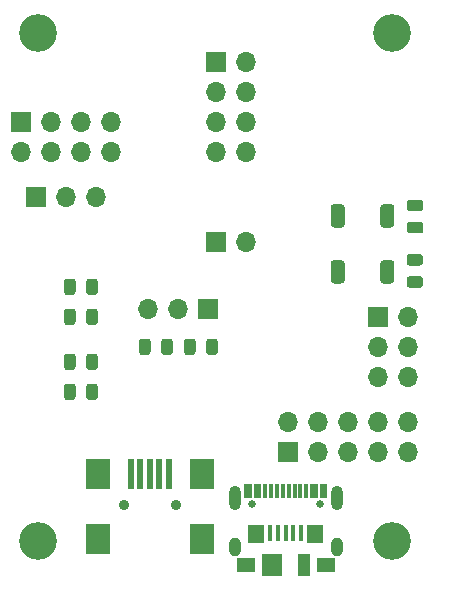
<source format=gbr>
G04 #@! TF.GenerationSoftware,KiCad,Pcbnew,(5.1.7)-1*
G04 #@! TF.CreationDate,2020-12-20T16:40:33+01:00*
G04 #@! TF.ProjectId,uart_flash_pcb,75617274-5f66-46c6-9173-685f7063622e,rev?*
G04 #@! TF.SameCoordinates,Original*
G04 #@! TF.FileFunction,Soldermask,Top*
G04 #@! TF.FilePolarity,Negative*
%FSLAX46Y46*%
G04 Gerber Fmt 4.6, Leading zero omitted, Abs format (unit mm)*
G04 Created by KiCad (PCBNEW (5.1.7)-1) date 2020-12-20 16:40:33*
%MOMM*%
%LPD*%
G01*
G04 APERTURE LIST*
%ADD10R,0.300000X1.150000*%
%ADD11C,0.650000*%
%ADD12O,1.000000X1.600000*%
%ADD13O,1.000000X2.100000*%
%ADD14C,0.900000*%
%ADD15R,0.500000X2.500000*%
%ADD16R,2.000000X2.500000*%
%ADD17O,1.700000X1.700000*%
%ADD18R,1.700000X1.700000*%
%ADD19R,1.000000X1.900000*%
%ADD20R,1.800000X1.900000*%
%ADD21R,1.650000X1.300000*%
%ADD22R,1.425000X1.550000*%
%ADD23R,0.450000X1.380000*%
%ADD24C,3.200000*%
G04 APERTURE END LIST*
D10*
X117850000Y-97330000D03*
X117050000Y-97330000D03*
X112250000Y-97330000D03*
X111450000Y-97330000D03*
X111150000Y-97330000D03*
X111950000Y-97330000D03*
X112750000Y-97330000D03*
X113250000Y-97330000D03*
X113750000Y-97330000D03*
X114250000Y-97330000D03*
X114750000Y-97330000D03*
X115250000Y-97330000D03*
X115750000Y-97330000D03*
X116250000Y-97330000D03*
X116750000Y-97330000D03*
X117550000Y-97330000D03*
D11*
X111610000Y-98395000D03*
X117390000Y-98395000D03*
D12*
X118820000Y-102075000D03*
X110180000Y-102075000D03*
D13*
X118820000Y-97895000D03*
X110180000Y-97895000D03*
D14*
X105200000Y-98500000D03*
X100800000Y-98500000D03*
D15*
X104600000Y-95900000D03*
X103800000Y-95900000D03*
X103000000Y-95900000D03*
X102200000Y-95900000D03*
X101400000Y-95900000D03*
D16*
X107400000Y-95900000D03*
X98600000Y-95900000D03*
X107400000Y-101400000D03*
X98600000Y-101400000D03*
D17*
X99695000Y-68580000D03*
X99695000Y-66040000D03*
X97155000Y-68580000D03*
X97155000Y-66040000D03*
X94615000Y-68580000D03*
X94615000Y-66040000D03*
X92075000Y-68580000D03*
D18*
X92075000Y-66040000D03*
D17*
X111125000Y-68580000D03*
X108585000Y-68580000D03*
X111125000Y-66040000D03*
X108585000Y-66040000D03*
X111125000Y-63500000D03*
X108585000Y-63500000D03*
X111125000Y-60960000D03*
D18*
X108585000Y-60960000D03*
G36*
G01*
X123700000Y-73300000D02*
X123700000Y-74700000D01*
G75*
G02*
X123400000Y-75000000I-300000J0D01*
G01*
X122800000Y-75000000D01*
G75*
G02*
X122500000Y-74700000I0J300000D01*
G01*
X122500000Y-73300000D01*
G75*
G02*
X122800000Y-73000000I300000J0D01*
G01*
X123400000Y-73000000D01*
G75*
G02*
X123700000Y-73300000I0J-300000D01*
G01*
G37*
G36*
G01*
X119500000Y-73300000D02*
X119500000Y-74700000D01*
G75*
G02*
X119200000Y-75000000I-300000J0D01*
G01*
X118600000Y-75000000D01*
G75*
G02*
X118300000Y-74700000I0J300000D01*
G01*
X118300000Y-73300000D01*
G75*
G02*
X118600000Y-73000000I300000J0D01*
G01*
X119200000Y-73000000D01*
G75*
G02*
X119500000Y-73300000I0J-300000D01*
G01*
G37*
G36*
G01*
X123700000Y-78040000D02*
X123700000Y-79440000D01*
G75*
G02*
X123400000Y-79740000I-300000J0D01*
G01*
X122800000Y-79740000D01*
G75*
G02*
X122500000Y-79440000I0J300000D01*
G01*
X122500000Y-78040000D01*
G75*
G02*
X122800000Y-77740000I300000J0D01*
G01*
X123400000Y-77740000D01*
G75*
G02*
X123700000Y-78040000I0J-300000D01*
G01*
G37*
G36*
G01*
X119500000Y-78040000D02*
X119500000Y-79440000D01*
G75*
G02*
X119200000Y-79740000I-300000J0D01*
G01*
X118600000Y-79740000D01*
G75*
G02*
X118300000Y-79440000I0J300000D01*
G01*
X118300000Y-78040000D01*
G75*
G02*
X118600000Y-77740000I300000J0D01*
G01*
X119200000Y-77740000D01*
G75*
G02*
X119500000Y-78040000I0J-300000D01*
G01*
G37*
D17*
X102870000Y-81915000D03*
X105410000Y-81915000D03*
D18*
X107950000Y-81915000D03*
D17*
X98425000Y-72390000D03*
X95885000Y-72390000D03*
D18*
X93345000Y-72390000D03*
D17*
X124825000Y-87630000D03*
X122285000Y-87630000D03*
X124825000Y-85090000D03*
X122285000Y-85090000D03*
X124825000Y-82550000D03*
D18*
X122285000Y-82550000D03*
D19*
X116050000Y-103540000D03*
D20*
X113350000Y-103540000D03*
D21*
X117875000Y-103540000D03*
X111125000Y-103540000D03*
D22*
X116987500Y-100965000D03*
X112012500Y-100965000D03*
D23*
X115800000Y-100880000D03*
X115150000Y-100880000D03*
X114500000Y-100880000D03*
X113850000Y-100880000D03*
X113200000Y-100880000D03*
D17*
X124825000Y-91440000D03*
X124825000Y-93980000D03*
X122285000Y-91440000D03*
X122285000Y-93980000D03*
X119745000Y-91440000D03*
X119745000Y-93980000D03*
X117205000Y-91440000D03*
X117205000Y-93980000D03*
X114665000Y-91440000D03*
D18*
X114665000Y-93980000D03*
D17*
X111125000Y-76200000D03*
D18*
X108585000Y-76200000D03*
D24*
X93500000Y-101500000D03*
X123500000Y-101500000D03*
X123500000Y-58500000D03*
X93500000Y-58500000D03*
G36*
G01*
X124973750Y-79110000D02*
X125886250Y-79110000D01*
G75*
G02*
X126130000Y-79353750I0J-243750D01*
G01*
X126130000Y-79841250D01*
G75*
G02*
X125886250Y-80085000I-243750J0D01*
G01*
X124973750Y-80085000D01*
G75*
G02*
X124730000Y-79841250I0J243750D01*
G01*
X124730000Y-79353750D01*
G75*
G02*
X124973750Y-79110000I243750J0D01*
G01*
G37*
G36*
G01*
X124973750Y-77235000D02*
X125886250Y-77235000D01*
G75*
G02*
X126130000Y-77478750I0J-243750D01*
G01*
X126130000Y-77966250D01*
G75*
G02*
X125886250Y-78210000I-243750J0D01*
G01*
X124973750Y-78210000D01*
G75*
G02*
X124730000Y-77966250I0J243750D01*
G01*
X124730000Y-77478750D01*
G75*
G02*
X124973750Y-77235000I243750J0D01*
G01*
G37*
G36*
G01*
X125003750Y-74515000D02*
X125916250Y-74515000D01*
G75*
G02*
X126160000Y-74758750I0J-243750D01*
G01*
X126160000Y-75246250D01*
G75*
G02*
X125916250Y-75490000I-243750J0D01*
G01*
X125003750Y-75490000D01*
G75*
G02*
X124760000Y-75246250I0J243750D01*
G01*
X124760000Y-74758750D01*
G75*
G02*
X125003750Y-74515000I243750J0D01*
G01*
G37*
G36*
G01*
X125003750Y-72640000D02*
X125916250Y-72640000D01*
G75*
G02*
X126160000Y-72883750I0J-243750D01*
G01*
X126160000Y-73371250D01*
G75*
G02*
X125916250Y-73615000I-243750J0D01*
G01*
X125003750Y-73615000D01*
G75*
G02*
X124760000Y-73371250I0J243750D01*
G01*
X124760000Y-72883750D01*
G75*
G02*
X125003750Y-72640000I243750J0D01*
G01*
G37*
G36*
G01*
X106865000Y-84633750D02*
X106865000Y-85546250D01*
G75*
G02*
X106621250Y-85790000I-243750J0D01*
G01*
X106133750Y-85790000D01*
G75*
G02*
X105890000Y-85546250I0J243750D01*
G01*
X105890000Y-84633750D01*
G75*
G02*
X106133750Y-84390000I243750J0D01*
G01*
X106621250Y-84390000D01*
G75*
G02*
X106865000Y-84633750I0J-243750D01*
G01*
G37*
G36*
G01*
X108740000Y-84633750D02*
X108740000Y-85546250D01*
G75*
G02*
X108496250Y-85790000I-243750J0D01*
G01*
X108008750Y-85790000D01*
G75*
G02*
X107765000Y-85546250I0J243750D01*
G01*
X107765000Y-84633750D01*
G75*
G02*
X108008750Y-84390000I243750J0D01*
G01*
X108496250Y-84390000D01*
G75*
G02*
X108740000Y-84633750I0J-243750D01*
G01*
G37*
G36*
G01*
X97605000Y-83006250D02*
X97605000Y-82093750D01*
G75*
G02*
X97848750Y-81850000I243750J0D01*
G01*
X98336250Y-81850000D01*
G75*
G02*
X98580000Y-82093750I0J-243750D01*
G01*
X98580000Y-83006250D01*
G75*
G02*
X98336250Y-83250000I-243750J0D01*
G01*
X97848750Y-83250000D01*
G75*
G02*
X97605000Y-83006250I0J243750D01*
G01*
G37*
G36*
G01*
X95730000Y-83006250D02*
X95730000Y-82093750D01*
G75*
G02*
X95973750Y-81850000I243750J0D01*
G01*
X96461250Y-81850000D01*
G75*
G02*
X96705000Y-82093750I0J-243750D01*
G01*
X96705000Y-83006250D01*
G75*
G02*
X96461250Y-83250000I-243750J0D01*
G01*
X95973750Y-83250000D01*
G75*
G02*
X95730000Y-83006250I0J243750D01*
G01*
G37*
G36*
G01*
X97605000Y-89356250D02*
X97605000Y-88443750D01*
G75*
G02*
X97848750Y-88200000I243750J0D01*
G01*
X98336250Y-88200000D01*
G75*
G02*
X98580000Y-88443750I0J-243750D01*
G01*
X98580000Y-89356250D01*
G75*
G02*
X98336250Y-89600000I-243750J0D01*
G01*
X97848750Y-89600000D01*
G75*
G02*
X97605000Y-89356250I0J243750D01*
G01*
G37*
G36*
G01*
X95730000Y-89356250D02*
X95730000Y-88443750D01*
G75*
G02*
X95973750Y-88200000I243750J0D01*
G01*
X96461250Y-88200000D01*
G75*
G02*
X96705000Y-88443750I0J-243750D01*
G01*
X96705000Y-89356250D01*
G75*
G02*
X96461250Y-89600000I-243750J0D01*
G01*
X95973750Y-89600000D01*
G75*
G02*
X95730000Y-89356250I0J243750D01*
G01*
G37*
G36*
G01*
X97605000Y-86816250D02*
X97605000Y-85903750D01*
G75*
G02*
X97848750Y-85660000I243750J0D01*
G01*
X98336250Y-85660000D01*
G75*
G02*
X98580000Y-85903750I0J-243750D01*
G01*
X98580000Y-86816250D01*
G75*
G02*
X98336250Y-87060000I-243750J0D01*
G01*
X97848750Y-87060000D01*
G75*
G02*
X97605000Y-86816250I0J243750D01*
G01*
G37*
G36*
G01*
X95730000Y-86816250D02*
X95730000Y-85903750D01*
G75*
G02*
X95973750Y-85660000I243750J0D01*
G01*
X96461250Y-85660000D01*
G75*
G02*
X96705000Y-85903750I0J-243750D01*
G01*
X96705000Y-86816250D01*
G75*
G02*
X96461250Y-87060000I-243750J0D01*
G01*
X95973750Y-87060000D01*
G75*
G02*
X95730000Y-86816250I0J243750D01*
G01*
G37*
G36*
G01*
X103055000Y-84633750D02*
X103055000Y-85546250D01*
G75*
G02*
X102811250Y-85790000I-243750J0D01*
G01*
X102323750Y-85790000D01*
G75*
G02*
X102080000Y-85546250I0J243750D01*
G01*
X102080000Y-84633750D01*
G75*
G02*
X102323750Y-84390000I243750J0D01*
G01*
X102811250Y-84390000D01*
G75*
G02*
X103055000Y-84633750I0J-243750D01*
G01*
G37*
G36*
G01*
X104930000Y-84633750D02*
X104930000Y-85546250D01*
G75*
G02*
X104686250Y-85790000I-243750J0D01*
G01*
X104198750Y-85790000D01*
G75*
G02*
X103955000Y-85546250I0J243750D01*
G01*
X103955000Y-84633750D01*
G75*
G02*
X104198750Y-84390000I243750J0D01*
G01*
X104686250Y-84390000D01*
G75*
G02*
X104930000Y-84633750I0J-243750D01*
G01*
G37*
G36*
G01*
X97605000Y-80466250D02*
X97605000Y-79553750D01*
G75*
G02*
X97848750Y-79310000I243750J0D01*
G01*
X98336250Y-79310000D01*
G75*
G02*
X98580000Y-79553750I0J-243750D01*
G01*
X98580000Y-80466250D01*
G75*
G02*
X98336250Y-80710000I-243750J0D01*
G01*
X97848750Y-80710000D01*
G75*
G02*
X97605000Y-80466250I0J243750D01*
G01*
G37*
G36*
G01*
X95730000Y-80466250D02*
X95730000Y-79553750D01*
G75*
G02*
X95973750Y-79310000I243750J0D01*
G01*
X96461250Y-79310000D01*
G75*
G02*
X96705000Y-79553750I0J-243750D01*
G01*
X96705000Y-80466250D01*
G75*
G02*
X96461250Y-80710000I-243750J0D01*
G01*
X95973750Y-80710000D01*
G75*
G02*
X95730000Y-80466250I0J243750D01*
G01*
G37*
M02*

</source>
